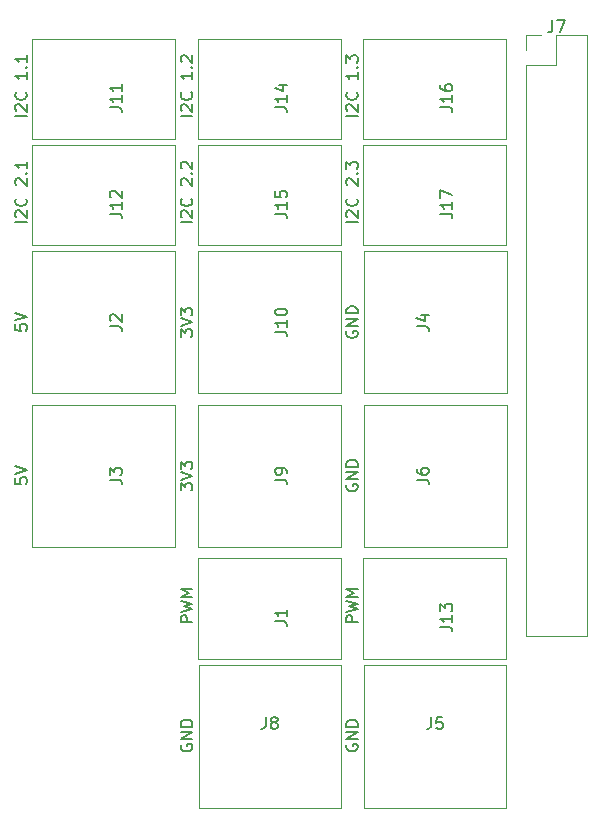
<source format=gbr>
%TF.GenerationSoftware,KiCad,Pcbnew,(5.1.6)-1*%
%TF.CreationDate,2022-01-17T21:19:15-08:00*%
%TF.ProjectId,PCB,5043422e-6b69-4636-9164-5f7063625858,rev?*%
%TF.SameCoordinates,Original*%
%TF.FileFunction,Legend,Top*%
%TF.FilePolarity,Positive*%
%FSLAX46Y46*%
G04 Gerber Fmt 4.6, Leading zero omitted, Abs format (unit mm)*
G04 Created by KiCad (PCBNEW (5.1.6)-1) date 2022-01-17 21:19:15*
%MOMM*%
%LPD*%
G01*
G04 APERTURE LIST*
%ADD10C,0.120000*%
%ADD11C,0.150000*%
G04 APERTURE END LIST*
D10*
%TO.C,J7*%
X158670000Y-58670000D02*
X160000000Y-58670000D01*
X158670000Y-60000000D02*
X158670000Y-58670000D01*
X161270000Y-58670000D02*
X163870000Y-58670000D01*
X161270000Y-61270000D02*
X161270000Y-58670000D01*
X158670000Y-61270000D02*
X161270000Y-61270000D01*
X163870000Y-58670000D02*
X163870000Y-109590000D01*
X158670000Y-61270000D02*
X158670000Y-109590000D01*
X158670000Y-109590000D02*
X163870000Y-109590000D01*
%TO.C,J17*%
X157000000Y-76500000D02*
X144900000Y-76500000D01*
X157000000Y-68000000D02*
X157000000Y-76500000D01*
X157000000Y-68000000D02*
X144900000Y-68000000D01*
X144900000Y-68000000D02*
X144900000Y-76500000D01*
%TO.C,J16*%
X157000000Y-67500000D02*
X144900000Y-67500000D01*
X157000000Y-59000000D02*
X157000000Y-67500000D01*
X157000000Y-59000000D02*
X144900000Y-59000000D01*
X144900000Y-59000000D02*
X144900000Y-67500000D01*
%TO.C,J15*%
X143000000Y-76500000D02*
X130900000Y-76500000D01*
X143000000Y-68000000D02*
X143000000Y-76500000D01*
X143000000Y-68000000D02*
X130900000Y-68000000D01*
X130900000Y-68000000D02*
X130900000Y-76500000D01*
%TO.C,J14*%
X143000000Y-67500000D02*
X130900000Y-67500000D01*
X143000000Y-59000000D02*
X143000000Y-67500000D01*
X143000000Y-59000000D02*
X130900000Y-59000000D01*
X130900000Y-59000000D02*
X130900000Y-67500000D01*
%TO.C,J13*%
X157000000Y-111500000D02*
X144900000Y-111500000D01*
X157000000Y-103000000D02*
X157000000Y-111500000D01*
X157000000Y-103000000D02*
X144900000Y-103000000D01*
X144900000Y-103000000D02*
X144900000Y-111500000D01*
%TO.C,J12*%
X129000000Y-76500000D02*
X116900000Y-76500000D01*
X129000000Y-68000000D02*
X129000000Y-76500000D01*
X129000000Y-68000000D02*
X116900000Y-68000000D01*
X116900000Y-68000000D02*
X116900000Y-76500000D01*
%TO.C,J11*%
X129000000Y-67500000D02*
X116900000Y-67500000D01*
X129000000Y-59000000D02*
X129000000Y-67500000D01*
X129000000Y-59000000D02*
X116900000Y-59000000D01*
X116900000Y-59000000D02*
X116900000Y-67500000D01*
%TO.C,J10*%
X143000000Y-89000000D02*
X130900000Y-89000000D01*
X130900000Y-77000000D02*
X130900000Y-89000000D01*
X143000000Y-77000000D02*
X143000000Y-89000000D01*
X143000000Y-77000000D02*
X130900000Y-77000000D01*
%TO.C,J9*%
X143000000Y-102000000D02*
X130900000Y-102000000D01*
X130900000Y-90000000D02*
X130900000Y-102000000D01*
X143000000Y-90000000D02*
X143000000Y-102000000D01*
X143000000Y-90000000D02*
X130900000Y-90000000D01*
%TO.C,J8*%
X143000000Y-112000000D02*
X143000000Y-124100000D01*
X131000000Y-124100000D02*
X143000000Y-124100000D01*
X131000000Y-112000000D02*
X143000000Y-112000000D01*
X131000000Y-112000000D02*
X131000000Y-124100000D01*
%TO.C,J6*%
X145000000Y-90000000D02*
X157100000Y-90000000D01*
X157100000Y-102000000D02*
X157100000Y-90000000D01*
X145000000Y-102000000D02*
X145000000Y-90000000D01*
X145000000Y-102000000D02*
X157100000Y-102000000D01*
%TO.C,J5*%
X157000000Y-112000000D02*
X157000000Y-124100000D01*
X145000000Y-124100000D02*
X157000000Y-124100000D01*
X145000000Y-112000000D02*
X157000000Y-112000000D01*
X145000000Y-112000000D02*
X145000000Y-124100000D01*
%TO.C,J4*%
X145000000Y-77000000D02*
X157100000Y-77000000D01*
X157100000Y-89000000D02*
X157100000Y-77000000D01*
X145000000Y-89000000D02*
X145000000Y-77000000D01*
X145000000Y-89000000D02*
X157100000Y-89000000D01*
%TO.C,J3*%
X129000000Y-102000000D02*
X116900000Y-102000000D01*
X116900000Y-90000000D02*
X116900000Y-102000000D01*
X129000000Y-90000000D02*
X129000000Y-102000000D01*
X129000000Y-90000000D02*
X116900000Y-90000000D01*
%TO.C,J2*%
X129000000Y-89000000D02*
X116900000Y-89000000D01*
X116900000Y-77000000D02*
X116900000Y-89000000D01*
X129000000Y-77000000D02*
X129000000Y-89000000D01*
X129000000Y-77000000D02*
X116900000Y-77000000D01*
%TO.C,J1*%
X143000000Y-111500000D02*
X130900000Y-111500000D01*
X143000000Y-103000000D02*
X143000000Y-111500000D01*
X143000000Y-103000000D02*
X130900000Y-103000000D01*
X130900000Y-103000000D02*
X130900000Y-111500000D01*
%TO.C,J7*%
D11*
X160936666Y-57452380D02*
X160936666Y-58166666D01*
X160889047Y-58309523D01*
X160793809Y-58404761D01*
X160650952Y-58452380D01*
X160555714Y-58452380D01*
X161317619Y-57452380D02*
X161984285Y-57452380D01*
X161555714Y-58452380D01*
%TO.C,J17*%
X151452380Y-73809523D02*
X152166666Y-73809523D01*
X152309523Y-73857142D01*
X152404761Y-73952380D01*
X152452380Y-74095238D01*
X152452380Y-74190476D01*
X152452380Y-72809523D02*
X152452380Y-73380952D01*
X152452380Y-73095238D02*
X151452380Y-73095238D01*
X151595238Y-73190476D01*
X151690476Y-73285714D01*
X151738095Y-73380952D01*
X151452380Y-72476190D02*
X151452380Y-71809523D01*
X152452380Y-72238095D01*
X144452380Y-74547619D02*
X143452380Y-74547619D01*
X143547619Y-74119047D02*
X143500000Y-74071428D01*
X143452380Y-73976190D01*
X143452380Y-73738095D01*
X143500000Y-73642857D01*
X143547619Y-73595238D01*
X143642857Y-73547619D01*
X143738095Y-73547619D01*
X143880952Y-73595238D01*
X144452380Y-74166666D01*
X144452380Y-73547619D01*
X144357142Y-72547619D02*
X144404761Y-72595238D01*
X144452380Y-72738095D01*
X144452380Y-72833333D01*
X144404761Y-72976190D01*
X144309523Y-73071428D01*
X144214285Y-73119047D01*
X144023809Y-73166666D01*
X143880952Y-73166666D01*
X143690476Y-73119047D01*
X143595238Y-73071428D01*
X143500000Y-72976190D01*
X143452380Y-72833333D01*
X143452380Y-72738095D01*
X143500000Y-72595238D01*
X143547619Y-72547619D01*
X143547619Y-71404761D02*
X143500000Y-71357142D01*
X143452380Y-71261904D01*
X143452380Y-71023809D01*
X143500000Y-70928571D01*
X143547619Y-70880952D01*
X143642857Y-70833333D01*
X143738095Y-70833333D01*
X143880952Y-70880952D01*
X144452380Y-71452380D01*
X144452380Y-70833333D01*
X144357142Y-70404761D02*
X144404761Y-70357142D01*
X144452380Y-70404761D01*
X144404761Y-70452380D01*
X144357142Y-70404761D01*
X144452380Y-70404761D01*
X143452380Y-70023809D02*
X143452380Y-69404761D01*
X143833333Y-69738095D01*
X143833333Y-69595238D01*
X143880952Y-69500000D01*
X143928571Y-69452380D01*
X144023809Y-69404761D01*
X144261904Y-69404761D01*
X144357142Y-69452380D01*
X144404761Y-69500000D01*
X144452380Y-69595238D01*
X144452380Y-69880952D01*
X144404761Y-69976190D01*
X144357142Y-70023809D01*
%TO.C,J16*%
X151452380Y-64809523D02*
X152166666Y-64809523D01*
X152309523Y-64857142D01*
X152404761Y-64952380D01*
X152452380Y-65095238D01*
X152452380Y-65190476D01*
X152452380Y-63809523D02*
X152452380Y-64380952D01*
X152452380Y-64095238D02*
X151452380Y-64095238D01*
X151595238Y-64190476D01*
X151690476Y-64285714D01*
X151738095Y-64380952D01*
X151452380Y-62952380D02*
X151452380Y-63142857D01*
X151500000Y-63238095D01*
X151547619Y-63285714D01*
X151690476Y-63380952D01*
X151880952Y-63428571D01*
X152261904Y-63428571D01*
X152357142Y-63380952D01*
X152404761Y-63333333D01*
X152452380Y-63238095D01*
X152452380Y-63047619D01*
X152404761Y-62952380D01*
X152357142Y-62904761D01*
X152261904Y-62857142D01*
X152023809Y-62857142D01*
X151928571Y-62904761D01*
X151880952Y-62952380D01*
X151833333Y-63047619D01*
X151833333Y-63238095D01*
X151880952Y-63333333D01*
X151928571Y-63380952D01*
X152023809Y-63428571D01*
X144452380Y-65547619D02*
X143452380Y-65547619D01*
X143547619Y-65119047D02*
X143500000Y-65071428D01*
X143452380Y-64976190D01*
X143452380Y-64738095D01*
X143500000Y-64642857D01*
X143547619Y-64595238D01*
X143642857Y-64547619D01*
X143738095Y-64547619D01*
X143880952Y-64595238D01*
X144452380Y-65166666D01*
X144452380Y-64547619D01*
X144357142Y-63547619D02*
X144404761Y-63595238D01*
X144452380Y-63738095D01*
X144452380Y-63833333D01*
X144404761Y-63976190D01*
X144309523Y-64071428D01*
X144214285Y-64119047D01*
X144023809Y-64166666D01*
X143880952Y-64166666D01*
X143690476Y-64119047D01*
X143595238Y-64071428D01*
X143500000Y-63976190D01*
X143452380Y-63833333D01*
X143452380Y-63738095D01*
X143500000Y-63595238D01*
X143547619Y-63547619D01*
X144452380Y-61833333D02*
X144452380Y-62404761D01*
X144452380Y-62119047D02*
X143452380Y-62119047D01*
X143595238Y-62214285D01*
X143690476Y-62309523D01*
X143738095Y-62404761D01*
X144357142Y-61404761D02*
X144404761Y-61357142D01*
X144452380Y-61404761D01*
X144404761Y-61452380D01*
X144357142Y-61404761D01*
X144452380Y-61404761D01*
X143452380Y-61023809D02*
X143452380Y-60404761D01*
X143833333Y-60738095D01*
X143833333Y-60595238D01*
X143880952Y-60500000D01*
X143928571Y-60452380D01*
X144023809Y-60404761D01*
X144261904Y-60404761D01*
X144357142Y-60452380D01*
X144404761Y-60500000D01*
X144452380Y-60595238D01*
X144452380Y-60880952D01*
X144404761Y-60976190D01*
X144357142Y-61023809D01*
%TO.C,J15*%
X137452380Y-73809523D02*
X138166666Y-73809523D01*
X138309523Y-73857142D01*
X138404761Y-73952380D01*
X138452380Y-74095238D01*
X138452380Y-74190476D01*
X138452380Y-72809523D02*
X138452380Y-73380952D01*
X138452380Y-73095238D02*
X137452380Y-73095238D01*
X137595238Y-73190476D01*
X137690476Y-73285714D01*
X137738095Y-73380952D01*
X137452380Y-71904761D02*
X137452380Y-72380952D01*
X137928571Y-72428571D01*
X137880952Y-72380952D01*
X137833333Y-72285714D01*
X137833333Y-72047619D01*
X137880952Y-71952380D01*
X137928571Y-71904761D01*
X138023809Y-71857142D01*
X138261904Y-71857142D01*
X138357142Y-71904761D01*
X138404761Y-71952380D01*
X138452380Y-72047619D01*
X138452380Y-72285714D01*
X138404761Y-72380952D01*
X138357142Y-72428571D01*
X130452380Y-74547619D02*
X129452380Y-74547619D01*
X129547619Y-74119047D02*
X129500000Y-74071428D01*
X129452380Y-73976190D01*
X129452380Y-73738095D01*
X129500000Y-73642857D01*
X129547619Y-73595238D01*
X129642857Y-73547619D01*
X129738095Y-73547619D01*
X129880952Y-73595238D01*
X130452380Y-74166666D01*
X130452380Y-73547619D01*
X130357142Y-72547619D02*
X130404761Y-72595238D01*
X130452380Y-72738095D01*
X130452380Y-72833333D01*
X130404761Y-72976190D01*
X130309523Y-73071428D01*
X130214285Y-73119047D01*
X130023809Y-73166666D01*
X129880952Y-73166666D01*
X129690476Y-73119047D01*
X129595238Y-73071428D01*
X129500000Y-72976190D01*
X129452380Y-72833333D01*
X129452380Y-72738095D01*
X129500000Y-72595238D01*
X129547619Y-72547619D01*
X129547619Y-71404761D02*
X129500000Y-71357142D01*
X129452380Y-71261904D01*
X129452380Y-71023809D01*
X129500000Y-70928571D01*
X129547619Y-70880952D01*
X129642857Y-70833333D01*
X129738095Y-70833333D01*
X129880952Y-70880952D01*
X130452380Y-71452380D01*
X130452380Y-70833333D01*
X130357142Y-70404761D02*
X130404761Y-70357142D01*
X130452380Y-70404761D01*
X130404761Y-70452380D01*
X130357142Y-70404761D01*
X130452380Y-70404761D01*
X129547619Y-69976190D02*
X129500000Y-69928571D01*
X129452380Y-69833333D01*
X129452380Y-69595238D01*
X129500000Y-69500000D01*
X129547619Y-69452380D01*
X129642857Y-69404761D01*
X129738095Y-69404761D01*
X129880952Y-69452380D01*
X130452380Y-70023809D01*
X130452380Y-69404761D01*
%TO.C,J14*%
X137452380Y-64809523D02*
X138166666Y-64809523D01*
X138309523Y-64857142D01*
X138404761Y-64952380D01*
X138452380Y-65095238D01*
X138452380Y-65190476D01*
X138452380Y-63809523D02*
X138452380Y-64380952D01*
X138452380Y-64095238D02*
X137452380Y-64095238D01*
X137595238Y-64190476D01*
X137690476Y-64285714D01*
X137738095Y-64380952D01*
X137785714Y-62952380D02*
X138452380Y-62952380D01*
X137404761Y-63190476D02*
X138119047Y-63428571D01*
X138119047Y-62809523D01*
X130452380Y-65547619D02*
X129452380Y-65547619D01*
X129547619Y-65119047D02*
X129500000Y-65071428D01*
X129452380Y-64976190D01*
X129452380Y-64738095D01*
X129500000Y-64642857D01*
X129547619Y-64595238D01*
X129642857Y-64547619D01*
X129738095Y-64547619D01*
X129880952Y-64595238D01*
X130452380Y-65166666D01*
X130452380Y-64547619D01*
X130357142Y-63547619D02*
X130404761Y-63595238D01*
X130452380Y-63738095D01*
X130452380Y-63833333D01*
X130404761Y-63976190D01*
X130309523Y-64071428D01*
X130214285Y-64119047D01*
X130023809Y-64166666D01*
X129880952Y-64166666D01*
X129690476Y-64119047D01*
X129595238Y-64071428D01*
X129500000Y-63976190D01*
X129452380Y-63833333D01*
X129452380Y-63738095D01*
X129500000Y-63595238D01*
X129547619Y-63547619D01*
X130452380Y-61833333D02*
X130452380Y-62404761D01*
X130452380Y-62119047D02*
X129452380Y-62119047D01*
X129595238Y-62214285D01*
X129690476Y-62309523D01*
X129738095Y-62404761D01*
X130357142Y-61404761D02*
X130404761Y-61357142D01*
X130452380Y-61404761D01*
X130404761Y-61452380D01*
X130357142Y-61404761D01*
X130452380Y-61404761D01*
X129547619Y-60976190D02*
X129500000Y-60928571D01*
X129452380Y-60833333D01*
X129452380Y-60595238D01*
X129500000Y-60500000D01*
X129547619Y-60452380D01*
X129642857Y-60404761D01*
X129738095Y-60404761D01*
X129880952Y-60452380D01*
X130452380Y-61023809D01*
X130452380Y-60404761D01*
%TO.C,J13*%
X151452380Y-108809523D02*
X152166666Y-108809523D01*
X152309523Y-108857142D01*
X152404761Y-108952380D01*
X152452380Y-109095238D01*
X152452380Y-109190476D01*
X152452380Y-107809523D02*
X152452380Y-108380952D01*
X152452380Y-108095238D02*
X151452380Y-108095238D01*
X151595238Y-108190476D01*
X151690476Y-108285714D01*
X151738095Y-108380952D01*
X151452380Y-107476190D02*
X151452380Y-106857142D01*
X151833333Y-107190476D01*
X151833333Y-107047619D01*
X151880952Y-106952380D01*
X151928571Y-106904761D01*
X152023809Y-106857142D01*
X152261904Y-106857142D01*
X152357142Y-106904761D01*
X152404761Y-106952380D01*
X152452380Y-107047619D01*
X152452380Y-107333333D01*
X152404761Y-107428571D01*
X152357142Y-107476190D01*
X144452380Y-108404761D02*
X143452380Y-108404761D01*
X143452380Y-108023809D01*
X143500000Y-107928571D01*
X143547619Y-107880952D01*
X143642857Y-107833333D01*
X143785714Y-107833333D01*
X143880952Y-107880952D01*
X143928571Y-107928571D01*
X143976190Y-108023809D01*
X143976190Y-108404761D01*
X143452380Y-107500000D02*
X144452380Y-107261904D01*
X143738095Y-107071428D01*
X144452380Y-106880952D01*
X143452380Y-106642857D01*
X144452380Y-106261904D02*
X143452380Y-106261904D01*
X144166666Y-105928571D01*
X143452380Y-105595238D01*
X144452380Y-105595238D01*
%TO.C,J12*%
X123452380Y-73809523D02*
X124166666Y-73809523D01*
X124309523Y-73857142D01*
X124404761Y-73952380D01*
X124452380Y-74095238D01*
X124452380Y-74190476D01*
X124452380Y-72809523D02*
X124452380Y-73380952D01*
X124452380Y-73095238D02*
X123452380Y-73095238D01*
X123595238Y-73190476D01*
X123690476Y-73285714D01*
X123738095Y-73380952D01*
X123547619Y-72428571D02*
X123500000Y-72380952D01*
X123452380Y-72285714D01*
X123452380Y-72047619D01*
X123500000Y-71952380D01*
X123547619Y-71904761D01*
X123642857Y-71857142D01*
X123738095Y-71857142D01*
X123880952Y-71904761D01*
X124452380Y-72476190D01*
X124452380Y-71857142D01*
X116452380Y-74547619D02*
X115452380Y-74547619D01*
X115547619Y-74119047D02*
X115500000Y-74071428D01*
X115452380Y-73976190D01*
X115452380Y-73738095D01*
X115500000Y-73642857D01*
X115547619Y-73595238D01*
X115642857Y-73547619D01*
X115738095Y-73547619D01*
X115880952Y-73595238D01*
X116452380Y-74166666D01*
X116452380Y-73547619D01*
X116357142Y-72547619D02*
X116404761Y-72595238D01*
X116452380Y-72738095D01*
X116452380Y-72833333D01*
X116404761Y-72976190D01*
X116309523Y-73071428D01*
X116214285Y-73119047D01*
X116023809Y-73166666D01*
X115880952Y-73166666D01*
X115690476Y-73119047D01*
X115595238Y-73071428D01*
X115500000Y-72976190D01*
X115452380Y-72833333D01*
X115452380Y-72738095D01*
X115500000Y-72595238D01*
X115547619Y-72547619D01*
X115547619Y-71404761D02*
X115500000Y-71357142D01*
X115452380Y-71261904D01*
X115452380Y-71023809D01*
X115500000Y-70928571D01*
X115547619Y-70880952D01*
X115642857Y-70833333D01*
X115738095Y-70833333D01*
X115880952Y-70880952D01*
X116452380Y-71452380D01*
X116452380Y-70833333D01*
X116357142Y-70404761D02*
X116404761Y-70357142D01*
X116452380Y-70404761D01*
X116404761Y-70452380D01*
X116357142Y-70404761D01*
X116452380Y-70404761D01*
X116452380Y-69404761D02*
X116452380Y-69976190D01*
X116452380Y-69690476D02*
X115452380Y-69690476D01*
X115595238Y-69785714D01*
X115690476Y-69880952D01*
X115738095Y-69976190D01*
%TO.C,J11*%
X123452380Y-64809523D02*
X124166666Y-64809523D01*
X124309523Y-64857142D01*
X124404761Y-64952380D01*
X124452380Y-65095238D01*
X124452380Y-65190476D01*
X124452380Y-63809523D02*
X124452380Y-64380952D01*
X124452380Y-64095238D02*
X123452380Y-64095238D01*
X123595238Y-64190476D01*
X123690476Y-64285714D01*
X123738095Y-64380952D01*
X124452380Y-62857142D02*
X124452380Y-63428571D01*
X124452380Y-63142857D02*
X123452380Y-63142857D01*
X123595238Y-63238095D01*
X123690476Y-63333333D01*
X123738095Y-63428571D01*
X116452380Y-65547619D02*
X115452380Y-65547619D01*
X115547619Y-65119047D02*
X115500000Y-65071428D01*
X115452380Y-64976190D01*
X115452380Y-64738095D01*
X115500000Y-64642857D01*
X115547619Y-64595238D01*
X115642857Y-64547619D01*
X115738095Y-64547619D01*
X115880952Y-64595238D01*
X116452380Y-65166666D01*
X116452380Y-64547619D01*
X116357142Y-63547619D02*
X116404761Y-63595238D01*
X116452380Y-63738095D01*
X116452380Y-63833333D01*
X116404761Y-63976190D01*
X116309523Y-64071428D01*
X116214285Y-64119047D01*
X116023809Y-64166666D01*
X115880952Y-64166666D01*
X115690476Y-64119047D01*
X115595238Y-64071428D01*
X115500000Y-63976190D01*
X115452380Y-63833333D01*
X115452380Y-63738095D01*
X115500000Y-63595238D01*
X115547619Y-63547619D01*
X116452380Y-61833333D02*
X116452380Y-62404761D01*
X116452380Y-62119047D02*
X115452380Y-62119047D01*
X115595238Y-62214285D01*
X115690476Y-62309523D01*
X115738095Y-62404761D01*
X116357142Y-61404761D02*
X116404761Y-61357142D01*
X116452380Y-61404761D01*
X116404761Y-61452380D01*
X116357142Y-61404761D01*
X116452380Y-61404761D01*
X116452380Y-60404761D02*
X116452380Y-60976190D01*
X116452380Y-60690476D02*
X115452380Y-60690476D01*
X115595238Y-60785714D01*
X115690476Y-60880952D01*
X115738095Y-60976190D01*
%TO.C,J10*%
X137452380Y-83809523D02*
X138166666Y-83809523D01*
X138309523Y-83857142D01*
X138404761Y-83952380D01*
X138452380Y-84095238D01*
X138452380Y-84190476D01*
X138452380Y-82809523D02*
X138452380Y-83380952D01*
X138452380Y-83095238D02*
X137452380Y-83095238D01*
X137595238Y-83190476D01*
X137690476Y-83285714D01*
X137738095Y-83380952D01*
X137452380Y-82190476D02*
X137452380Y-82095238D01*
X137500000Y-82000000D01*
X137547619Y-81952380D01*
X137642857Y-81904761D01*
X137833333Y-81857142D01*
X138071428Y-81857142D01*
X138261904Y-81904761D01*
X138357142Y-81952380D01*
X138404761Y-82000000D01*
X138452380Y-82095238D01*
X138452380Y-82190476D01*
X138404761Y-82285714D01*
X138357142Y-82333333D01*
X138261904Y-82380952D01*
X138071428Y-82428571D01*
X137833333Y-82428571D01*
X137642857Y-82380952D01*
X137547619Y-82333333D01*
X137500000Y-82285714D01*
X137452380Y-82190476D01*
X129452380Y-84238095D02*
X129452380Y-83619047D01*
X129833333Y-83952380D01*
X129833333Y-83809523D01*
X129880952Y-83714285D01*
X129928571Y-83666666D01*
X130023809Y-83619047D01*
X130261904Y-83619047D01*
X130357142Y-83666666D01*
X130404761Y-83714285D01*
X130452380Y-83809523D01*
X130452380Y-84095238D01*
X130404761Y-84190476D01*
X130357142Y-84238095D01*
X129452380Y-83333333D02*
X130452380Y-83000000D01*
X129452380Y-82666666D01*
X129452380Y-82428571D02*
X129452380Y-81809523D01*
X129833333Y-82142857D01*
X129833333Y-82000000D01*
X129880952Y-81904761D01*
X129928571Y-81857142D01*
X130023809Y-81809523D01*
X130261904Y-81809523D01*
X130357142Y-81857142D01*
X130404761Y-81904761D01*
X130452380Y-82000000D01*
X130452380Y-82285714D01*
X130404761Y-82380952D01*
X130357142Y-82428571D01*
%TO.C,J9*%
X137452380Y-96333333D02*
X138166666Y-96333333D01*
X138309523Y-96380952D01*
X138404761Y-96476190D01*
X138452380Y-96619047D01*
X138452380Y-96714285D01*
X138452380Y-95809523D02*
X138452380Y-95619047D01*
X138404761Y-95523809D01*
X138357142Y-95476190D01*
X138214285Y-95380952D01*
X138023809Y-95333333D01*
X137642857Y-95333333D01*
X137547619Y-95380952D01*
X137500000Y-95428571D01*
X137452380Y-95523809D01*
X137452380Y-95714285D01*
X137500000Y-95809523D01*
X137547619Y-95857142D01*
X137642857Y-95904761D01*
X137880952Y-95904761D01*
X137976190Y-95857142D01*
X138023809Y-95809523D01*
X138071428Y-95714285D01*
X138071428Y-95523809D01*
X138023809Y-95428571D01*
X137976190Y-95380952D01*
X137880952Y-95333333D01*
X129452380Y-97238095D02*
X129452380Y-96619047D01*
X129833333Y-96952380D01*
X129833333Y-96809523D01*
X129880952Y-96714285D01*
X129928571Y-96666666D01*
X130023809Y-96619047D01*
X130261904Y-96619047D01*
X130357142Y-96666666D01*
X130404761Y-96714285D01*
X130452380Y-96809523D01*
X130452380Y-97095238D01*
X130404761Y-97190476D01*
X130357142Y-97238095D01*
X129452380Y-96333333D02*
X130452380Y-96000000D01*
X129452380Y-95666666D01*
X129452380Y-95428571D02*
X129452380Y-94809523D01*
X129833333Y-95142857D01*
X129833333Y-95000000D01*
X129880952Y-94904761D01*
X129928571Y-94857142D01*
X130023809Y-94809523D01*
X130261904Y-94809523D01*
X130357142Y-94857142D01*
X130404761Y-94904761D01*
X130452380Y-95000000D01*
X130452380Y-95285714D01*
X130404761Y-95380952D01*
X130357142Y-95428571D01*
%TO.C,J8*%
X136666666Y-116452380D02*
X136666666Y-117166666D01*
X136619047Y-117309523D01*
X136523809Y-117404761D01*
X136380952Y-117452380D01*
X136285714Y-117452380D01*
X137285714Y-116880952D02*
X137190476Y-116833333D01*
X137142857Y-116785714D01*
X137095238Y-116690476D01*
X137095238Y-116642857D01*
X137142857Y-116547619D01*
X137190476Y-116500000D01*
X137285714Y-116452380D01*
X137476190Y-116452380D01*
X137571428Y-116500000D01*
X137619047Y-116547619D01*
X137666666Y-116642857D01*
X137666666Y-116690476D01*
X137619047Y-116785714D01*
X137571428Y-116833333D01*
X137476190Y-116880952D01*
X137285714Y-116880952D01*
X137190476Y-116928571D01*
X137142857Y-116976190D01*
X137095238Y-117071428D01*
X137095238Y-117261904D01*
X137142857Y-117357142D01*
X137190476Y-117404761D01*
X137285714Y-117452380D01*
X137476190Y-117452380D01*
X137571428Y-117404761D01*
X137619047Y-117357142D01*
X137666666Y-117261904D01*
X137666666Y-117071428D01*
X137619047Y-116976190D01*
X137571428Y-116928571D01*
X137476190Y-116880952D01*
X129500000Y-118761904D02*
X129452380Y-118857142D01*
X129452380Y-119000000D01*
X129500000Y-119142857D01*
X129595238Y-119238095D01*
X129690476Y-119285714D01*
X129880952Y-119333333D01*
X130023809Y-119333333D01*
X130214285Y-119285714D01*
X130309523Y-119238095D01*
X130404761Y-119142857D01*
X130452380Y-119000000D01*
X130452380Y-118904761D01*
X130404761Y-118761904D01*
X130357142Y-118714285D01*
X130023809Y-118714285D01*
X130023809Y-118904761D01*
X130452380Y-118285714D02*
X129452380Y-118285714D01*
X130452380Y-117714285D01*
X129452380Y-117714285D01*
X130452380Y-117238095D02*
X129452380Y-117238095D01*
X129452380Y-117000000D01*
X129500000Y-116857142D01*
X129595238Y-116761904D01*
X129690476Y-116714285D01*
X129880952Y-116666666D01*
X130023809Y-116666666D01*
X130214285Y-116714285D01*
X130309523Y-116761904D01*
X130404761Y-116857142D01*
X130452380Y-117000000D01*
X130452380Y-117238095D01*
%TO.C,J6*%
X149452380Y-96333333D02*
X150166666Y-96333333D01*
X150309523Y-96380952D01*
X150404761Y-96476190D01*
X150452380Y-96619047D01*
X150452380Y-96714285D01*
X149452380Y-95428571D02*
X149452380Y-95619047D01*
X149500000Y-95714285D01*
X149547619Y-95761904D01*
X149690476Y-95857142D01*
X149880952Y-95904761D01*
X150261904Y-95904761D01*
X150357142Y-95857142D01*
X150404761Y-95809523D01*
X150452380Y-95714285D01*
X150452380Y-95523809D01*
X150404761Y-95428571D01*
X150357142Y-95380952D01*
X150261904Y-95333333D01*
X150023809Y-95333333D01*
X149928571Y-95380952D01*
X149880952Y-95428571D01*
X149833333Y-95523809D01*
X149833333Y-95714285D01*
X149880952Y-95809523D01*
X149928571Y-95857142D01*
X150023809Y-95904761D01*
X143500000Y-96761904D02*
X143452380Y-96857142D01*
X143452380Y-97000000D01*
X143500000Y-97142857D01*
X143595238Y-97238095D01*
X143690476Y-97285714D01*
X143880952Y-97333333D01*
X144023809Y-97333333D01*
X144214285Y-97285714D01*
X144309523Y-97238095D01*
X144404761Y-97142857D01*
X144452380Y-97000000D01*
X144452380Y-96904761D01*
X144404761Y-96761904D01*
X144357142Y-96714285D01*
X144023809Y-96714285D01*
X144023809Y-96904761D01*
X144452380Y-96285714D02*
X143452380Y-96285714D01*
X144452380Y-95714285D01*
X143452380Y-95714285D01*
X144452380Y-95238095D02*
X143452380Y-95238095D01*
X143452380Y-95000000D01*
X143500000Y-94857142D01*
X143595238Y-94761904D01*
X143690476Y-94714285D01*
X143880952Y-94666666D01*
X144023809Y-94666666D01*
X144214285Y-94714285D01*
X144309523Y-94761904D01*
X144404761Y-94857142D01*
X144452380Y-95000000D01*
X144452380Y-95238095D01*
%TO.C,J5*%
X150666666Y-116452380D02*
X150666666Y-117166666D01*
X150619047Y-117309523D01*
X150523809Y-117404761D01*
X150380952Y-117452380D01*
X150285714Y-117452380D01*
X151619047Y-116452380D02*
X151142857Y-116452380D01*
X151095238Y-116928571D01*
X151142857Y-116880952D01*
X151238095Y-116833333D01*
X151476190Y-116833333D01*
X151571428Y-116880952D01*
X151619047Y-116928571D01*
X151666666Y-117023809D01*
X151666666Y-117261904D01*
X151619047Y-117357142D01*
X151571428Y-117404761D01*
X151476190Y-117452380D01*
X151238095Y-117452380D01*
X151142857Y-117404761D01*
X151095238Y-117357142D01*
X143500000Y-118761904D02*
X143452380Y-118857142D01*
X143452380Y-119000000D01*
X143500000Y-119142857D01*
X143595238Y-119238095D01*
X143690476Y-119285714D01*
X143880952Y-119333333D01*
X144023809Y-119333333D01*
X144214285Y-119285714D01*
X144309523Y-119238095D01*
X144404761Y-119142857D01*
X144452380Y-119000000D01*
X144452380Y-118904761D01*
X144404761Y-118761904D01*
X144357142Y-118714285D01*
X144023809Y-118714285D01*
X144023809Y-118904761D01*
X144452380Y-118285714D02*
X143452380Y-118285714D01*
X144452380Y-117714285D01*
X143452380Y-117714285D01*
X144452380Y-117238095D02*
X143452380Y-117238095D01*
X143452380Y-117000000D01*
X143500000Y-116857142D01*
X143595238Y-116761904D01*
X143690476Y-116714285D01*
X143880952Y-116666666D01*
X144023809Y-116666666D01*
X144214285Y-116714285D01*
X144309523Y-116761904D01*
X144404761Y-116857142D01*
X144452380Y-117000000D01*
X144452380Y-117238095D01*
%TO.C,J4*%
X149452380Y-83333333D02*
X150166666Y-83333333D01*
X150309523Y-83380952D01*
X150404761Y-83476190D01*
X150452380Y-83619047D01*
X150452380Y-83714285D01*
X149785714Y-82428571D02*
X150452380Y-82428571D01*
X149404761Y-82666666D02*
X150119047Y-82904761D01*
X150119047Y-82285714D01*
X143500000Y-83761904D02*
X143452380Y-83857142D01*
X143452380Y-84000000D01*
X143500000Y-84142857D01*
X143595238Y-84238095D01*
X143690476Y-84285714D01*
X143880952Y-84333333D01*
X144023809Y-84333333D01*
X144214285Y-84285714D01*
X144309523Y-84238095D01*
X144404761Y-84142857D01*
X144452380Y-84000000D01*
X144452380Y-83904761D01*
X144404761Y-83761904D01*
X144357142Y-83714285D01*
X144023809Y-83714285D01*
X144023809Y-83904761D01*
X144452380Y-83285714D02*
X143452380Y-83285714D01*
X144452380Y-82714285D01*
X143452380Y-82714285D01*
X144452380Y-82238095D02*
X143452380Y-82238095D01*
X143452380Y-82000000D01*
X143500000Y-81857142D01*
X143595238Y-81761904D01*
X143690476Y-81714285D01*
X143880952Y-81666666D01*
X144023809Y-81666666D01*
X144214285Y-81714285D01*
X144309523Y-81761904D01*
X144404761Y-81857142D01*
X144452380Y-82000000D01*
X144452380Y-82238095D01*
%TO.C,J3*%
X123452380Y-96333333D02*
X124166666Y-96333333D01*
X124309523Y-96380952D01*
X124404761Y-96476190D01*
X124452380Y-96619047D01*
X124452380Y-96714285D01*
X123452380Y-95952380D02*
X123452380Y-95333333D01*
X123833333Y-95666666D01*
X123833333Y-95523809D01*
X123880952Y-95428571D01*
X123928571Y-95380952D01*
X124023809Y-95333333D01*
X124261904Y-95333333D01*
X124357142Y-95380952D01*
X124404761Y-95428571D01*
X124452380Y-95523809D01*
X124452380Y-95809523D01*
X124404761Y-95904761D01*
X124357142Y-95952380D01*
X115452380Y-96190476D02*
X115452380Y-96666666D01*
X115928571Y-96714285D01*
X115880952Y-96666666D01*
X115833333Y-96571428D01*
X115833333Y-96333333D01*
X115880952Y-96238095D01*
X115928571Y-96190476D01*
X116023809Y-96142857D01*
X116261904Y-96142857D01*
X116357142Y-96190476D01*
X116404761Y-96238095D01*
X116452380Y-96333333D01*
X116452380Y-96571428D01*
X116404761Y-96666666D01*
X116357142Y-96714285D01*
X115452380Y-95857142D02*
X116452380Y-95523809D01*
X115452380Y-95190476D01*
%TO.C,J2*%
X123452380Y-83333333D02*
X124166666Y-83333333D01*
X124309523Y-83380952D01*
X124404761Y-83476190D01*
X124452380Y-83619047D01*
X124452380Y-83714285D01*
X123547619Y-82904761D02*
X123500000Y-82857142D01*
X123452380Y-82761904D01*
X123452380Y-82523809D01*
X123500000Y-82428571D01*
X123547619Y-82380952D01*
X123642857Y-82333333D01*
X123738095Y-82333333D01*
X123880952Y-82380952D01*
X124452380Y-82952380D01*
X124452380Y-82333333D01*
X115452380Y-83190476D02*
X115452380Y-83666666D01*
X115928571Y-83714285D01*
X115880952Y-83666666D01*
X115833333Y-83571428D01*
X115833333Y-83333333D01*
X115880952Y-83238095D01*
X115928571Y-83190476D01*
X116023809Y-83142857D01*
X116261904Y-83142857D01*
X116357142Y-83190476D01*
X116404761Y-83238095D01*
X116452380Y-83333333D01*
X116452380Y-83571428D01*
X116404761Y-83666666D01*
X116357142Y-83714285D01*
X115452380Y-82857142D02*
X116452380Y-82523809D01*
X115452380Y-82190476D01*
%TO.C,J1*%
X137452380Y-108333333D02*
X138166666Y-108333333D01*
X138309523Y-108380952D01*
X138404761Y-108476190D01*
X138452380Y-108619047D01*
X138452380Y-108714285D01*
X138452380Y-107333333D02*
X138452380Y-107904761D01*
X138452380Y-107619047D02*
X137452380Y-107619047D01*
X137595238Y-107714285D01*
X137690476Y-107809523D01*
X137738095Y-107904761D01*
X130452380Y-108404761D02*
X129452380Y-108404761D01*
X129452380Y-108023809D01*
X129500000Y-107928571D01*
X129547619Y-107880952D01*
X129642857Y-107833333D01*
X129785714Y-107833333D01*
X129880952Y-107880952D01*
X129928571Y-107928571D01*
X129976190Y-108023809D01*
X129976190Y-108404761D01*
X129452380Y-107500000D02*
X130452380Y-107261904D01*
X129738095Y-107071428D01*
X130452380Y-106880952D01*
X129452380Y-106642857D01*
X130452380Y-106261904D02*
X129452380Y-106261904D01*
X130166666Y-105928571D01*
X129452380Y-105595238D01*
X130452380Y-105595238D01*
%TD*%
M02*

</source>
